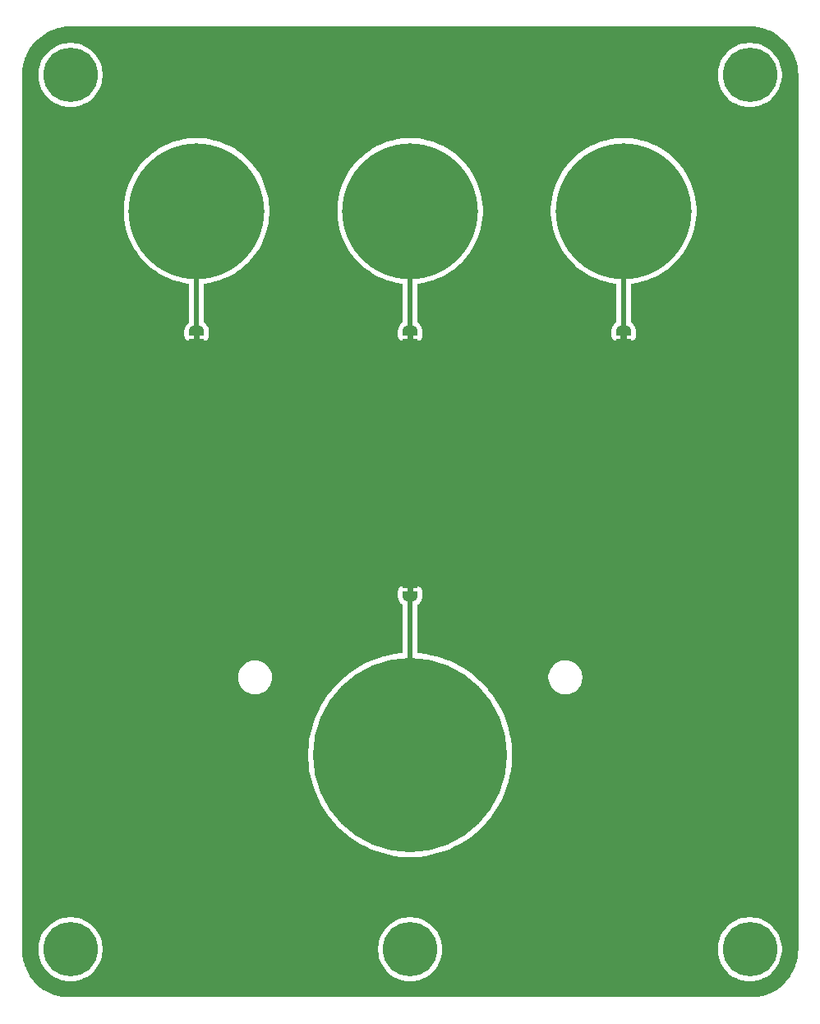
<source format=gbr>
%TF.GenerationSoftware,KiCad,Pcbnew,9.0.0*%
%TF.CreationDate,2025-04-06T00:05:41+02:00*%
%TF.ProjectId,big_muff_pi_front_plate,6269675f-6d75-4666-965f-70695f66726f,rev?*%
%TF.SameCoordinates,Original*%
%TF.FileFunction,Copper,L2,Bot*%
%TF.FilePolarity,Positive*%
%FSLAX46Y46*%
G04 Gerber Fmt 4.6, Leading zero omitted, Abs format (unit mm)*
G04 Created by KiCad (PCBNEW 9.0.0) date 2025-04-06 00:05:41*
%MOMM*%
%LPD*%
G01*
G04 APERTURE LIST*
G04 Aperture macros list*
%AMFreePoly0*
4,1,23,0.500000,-0.750000,0.000000,-0.750000,0.000000,-0.745722,-0.065263,-0.745722,-0.191342,-0.711940,-0.304381,-0.646677,-0.396677,-0.554381,-0.461940,-0.441342,-0.495722,-0.315263,-0.495722,-0.250000,-0.500000,-0.250000,-0.500000,0.250000,-0.495722,0.250000,-0.495722,0.315263,-0.461940,0.441342,-0.396677,0.554381,-0.304381,0.646677,-0.191342,0.711940,-0.065263,0.745722,0.000000,0.745722,
0.000000,0.750000,0.500000,0.750000,0.500000,-0.750000,0.500000,-0.750000,$1*%
%AMFreePoly1*
4,1,23,0.000000,0.745722,0.065263,0.745722,0.191342,0.711940,0.304381,0.646677,0.396677,0.554381,0.461940,0.441342,0.495722,0.315263,0.495722,0.250000,0.500000,0.250000,0.500000,-0.250000,0.495722,-0.250000,0.495722,-0.315263,0.461940,-0.441342,0.396677,-0.554381,0.304381,-0.646677,0.191342,-0.711940,0.065263,-0.745722,0.000000,-0.745722,0.000000,-0.750000,-0.500000,-0.750000,
-0.500000,0.750000,0.000000,0.750000,0.000000,0.745722,0.000000,0.745722,$1*%
G04 Aperture macros list end*
%TA.AperFunction,EtchedComponent*%
%ADD10C,0.000000*%
%TD*%
%TA.AperFunction,ComponentPad*%
%ADD11C,3.600000*%
%TD*%
%TA.AperFunction,ConnectorPad*%
%ADD12C,5.600000*%
%TD*%
%TA.AperFunction,ComponentPad*%
%ADD13C,14.000000*%
%TD*%
%TA.AperFunction,ComponentPad*%
%ADD14C,20.000000*%
%TD*%
%TA.AperFunction,SMDPad,CuDef*%
%ADD15FreePoly0,90.000000*%
%TD*%
%TA.AperFunction,SMDPad,CuDef*%
%ADD16FreePoly1,90.000000*%
%TD*%
%TA.AperFunction,SMDPad,CuDef*%
%ADD17FreePoly0,270.000000*%
%TD*%
%TA.AperFunction,SMDPad,CuDef*%
%ADD18FreePoly1,270.000000*%
%TD*%
%TA.AperFunction,Conductor*%
%ADD19C,0.500000*%
%TD*%
G04 APERTURE END LIST*
D10*
%TA.AperFunction,EtchedComponent*%
%TO.C,JP1*%
G36*
X68300000Y-82250000D02*
G01*
X67700000Y-82250000D01*
X67700000Y-81750000D01*
X68300000Y-81750000D01*
X68300000Y-82250000D01*
G37*
%TD.AperFunction*%
%TA.AperFunction,EtchedComponent*%
%TO.C,JP4*%
G36*
X90300000Y-108250000D02*
G01*
X89700000Y-108250000D01*
X89700000Y-107750000D01*
X90300000Y-107750000D01*
X90300000Y-108250000D01*
G37*
%TD.AperFunction*%
%TA.AperFunction,EtchedComponent*%
%TO.C,JP2*%
G36*
X90300000Y-82250000D02*
G01*
X89700000Y-82250000D01*
X89700000Y-81750000D01*
X90300000Y-81750000D01*
X90300000Y-82250000D01*
G37*
%TD.AperFunction*%
%TA.AperFunction,EtchedComponent*%
%TO.C,JP3*%
G36*
X112300000Y-82250000D02*
G01*
X111700000Y-82250000D01*
X111700000Y-81750000D01*
X112300000Y-81750000D01*
X112300000Y-82250000D01*
G37*
%TD.AperFunction*%
%TD*%
D11*
%TO.P,H3,1*%
%TO.N,N/C*%
X55000000Y-145000000D03*
D12*
X55000000Y-145000000D03*
%TD*%
D13*
%TO.P,H6,1,1*%
%TO.N,Net-(JP2-B)*%
X90000000Y-69000000D03*
%TD*%
%TO.P,H7,1,1*%
%TO.N,Net-(JP3-B)*%
X112000000Y-69000000D03*
%TD*%
D11*
%TO.P,H4,1*%
%TO.N,N/C*%
X125000000Y-145000000D03*
D12*
X125000000Y-145000000D03*
%TD*%
D13*
%TO.P,H5,1,1*%
%TO.N,Net-(JP1-B)*%
X68000000Y-69000000D03*
%TD*%
D14*
%TO.P,H8,1,1*%
%TO.N,Net-(JP4-B)*%
X90000000Y-125000000D03*
%TD*%
D11*
%TO.P,H1,1*%
%TO.N,N/C*%
X55000000Y-55000000D03*
D12*
X55000000Y-55000000D03*
%TD*%
D11*
%TO.P,H2,1*%
%TO.N,N/C*%
X125000000Y-55000000D03*
D12*
X125000000Y-55000000D03*
%TD*%
D11*
%TO.P,H11,1*%
%TO.N,N/C*%
X90000000Y-145000000D03*
D12*
X90000000Y-145000000D03*
%TD*%
D15*
%TO.P,JP1,1,A*%
%TO.N,0*%
X68000000Y-82650000D03*
D16*
%TO.P,JP1,2,B*%
%TO.N,Net-(JP1-B)*%
X68000000Y-81350000D03*
%TD*%
D17*
%TO.P,JP4,1,A*%
%TO.N,0*%
X90000000Y-107350000D03*
D18*
%TO.P,JP4,2,B*%
%TO.N,Net-(JP4-B)*%
X90000000Y-108650000D03*
%TD*%
D15*
%TO.P,JP2,1,A*%
%TO.N,0*%
X90000000Y-82650000D03*
D16*
%TO.P,JP2,2,B*%
%TO.N,Net-(JP2-B)*%
X90000000Y-81350000D03*
%TD*%
D15*
%TO.P,JP3,1,A*%
%TO.N,0*%
X112000000Y-82650000D03*
D16*
%TO.P,JP3,2,B*%
%TO.N,Net-(JP3-B)*%
X112000000Y-81350000D03*
%TD*%
D19*
%TO.N,Net-(JP1-B)*%
X68000000Y-81350000D02*
X68000000Y-69000000D01*
%TO.N,Net-(JP2-B)*%
X90000000Y-81350000D02*
X90000000Y-69000000D01*
%TO.N,Net-(JP3-B)*%
X112000000Y-81350000D02*
X112000000Y-69000000D01*
%TO.N,Net-(JP4-B)*%
X90000000Y-108650000D02*
X90000000Y-125000000D01*
%TD*%
%TA.AperFunction,Conductor*%
%TO.N,0*%
G36*
X125002562Y-50000605D02*
G01*
X125370277Y-50015814D01*
X125375906Y-50016177D01*
X125459956Y-50023530D01*
X125464429Y-50024004D01*
X125787028Y-50064216D01*
X125793169Y-50065140D01*
X125871766Y-50078999D01*
X125875594Y-50079737D01*
X126199008Y-50147549D01*
X126205622Y-50149128D01*
X126274576Y-50167604D01*
X126277787Y-50168512D01*
X126603169Y-50265383D01*
X126610157Y-50267692D01*
X126664056Y-50287310D01*
X126666678Y-50288299D01*
X126996425Y-50416967D01*
X127003729Y-50420089D01*
X127034837Y-50434595D01*
X127036641Y-50435458D01*
X127374902Y-50600823D01*
X127383883Y-50605683D01*
X127730070Y-50811966D01*
X127738638Y-50817564D01*
X128066593Y-51051719D01*
X128074668Y-51058005D01*
X128382155Y-51318433D01*
X128389695Y-51325374D01*
X128674625Y-51610304D01*
X128681566Y-51617844D01*
X128941989Y-51925325D01*
X128948284Y-51933412D01*
X129182431Y-52261355D01*
X129188037Y-52269935D01*
X129394309Y-52616105D01*
X129399186Y-52625119D01*
X129564467Y-52963206D01*
X129565450Y-52965262D01*
X129579902Y-52996255D01*
X129583036Y-53003584D01*
X129711691Y-53333300D01*
X129712696Y-53335964D01*
X129732299Y-53389822D01*
X129734622Y-53396851D01*
X129831475Y-53722173D01*
X129832405Y-53725462D01*
X129850867Y-53794364D01*
X129852453Y-53801010D01*
X129920250Y-54124350D01*
X129921005Y-54128265D01*
X129934854Y-54206807D01*
X129935786Y-54213001D01*
X129975990Y-54535538D01*
X129976470Y-54540069D01*
X129983819Y-54624067D01*
X129984185Y-54629749D01*
X129999394Y-54997437D01*
X129999500Y-55002562D01*
X129999500Y-144997437D01*
X129999394Y-145002562D01*
X129984185Y-145370249D01*
X129983819Y-145375930D01*
X129983819Y-145375931D01*
X129976470Y-145459929D01*
X129975990Y-145464460D01*
X129935786Y-145786997D01*
X129934854Y-145793191D01*
X129921005Y-145871733D01*
X129920250Y-145875648D01*
X129852453Y-146198988D01*
X129850867Y-146205634D01*
X129832405Y-146274536D01*
X129831475Y-146277825D01*
X129734622Y-146603147D01*
X129732299Y-146610176D01*
X129712696Y-146664034D01*
X129711691Y-146666698D01*
X129583036Y-146996414D01*
X129579903Y-147003741D01*
X129579902Y-147003743D01*
X129565471Y-147034691D01*
X129564489Y-147036747D01*
X129399182Y-147374889D01*
X129394304Y-147383903D01*
X129188037Y-147730064D01*
X129182431Y-147738644D01*
X128948284Y-148066587D01*
X128941989Y-148074674D01*
X128681566Y-148382155D01*
X128674625Y-148389695D01*
X128389695Y-148674625D01*
X128382155Y-148681566D01*
X128074674Y-148941989D01*
X128066587Y-148948284D01*
X127738644Y-149182431D01*
X127730064Y-149188037D01*
X127383903Y-149394304D01*
X127374889Y-149399182D01*
X127036747Y-149564489D01*
X127034691Y-149565471D01*
X127003743Y-149579902D01*
X126996414Y-149583036D01*
X126666698Y-149711691D01*
X126664034Y-149712696D01*
X126610176Y-149732299D01*
X126603147Y-149734622D01*
X126277825Y-149831475D01*
X126274536Y-149832405D01*
X126205638Y-149850866D01*
X126198992Y-149852452D01*
X125875641Y-149920252D01*
X125871728Y-149921007D01*
X125846710Y-149925418D01*
X125831411Y-149928116D01*
X125809880Y-149930000D01*
X54190119Y-149930000D01*
X54168588Y-149928116D01*
X54128276Y-149921008D01*
X54124362Y-149920253D01*
X53801006Y-149852452D01*
X53794360Y-149850866D01*
X53725462Y-149832405D01*
X53722173Y-149831475D01*
X53396851Y-149734622D01*
X53389822Y-149732299D01*
X53335964Y-149712696D01*
X53333300Y-149711691D01*
X53003584Y-149583036D01*
X52996255Y-149579902D01*
X52965262Y-149565450D01*
X52963206Y-149564467D01*
X52625119Y-149399186D01*
X52616105Y-149394309D01*
X52269935Y-149188037D01*
X52261355Y-149182431D01*
X51933412Y-148948284D01*
X51925325Y-148941989D01*
X51617844Y-148681566D01*
X51610304Y-148674625D01*
X51325374Y-148389695D01*
X51318433Y-148382155D01*
X51222354Y-148268715D01*
X51058005Y-148074668D01*
X51051715Y-148066587D01*
X50995044Y-147987215D01*
X50817564Y-147738638D01*
X50811962Y-147730064D01*
X50766744Y-147654178D01*
X50605683Y-147383883D01*
X50600817Y-147374889D01*
X50435458Y-147036641D01*
X50434595Y-147034837D01*
X50420089Y-147003729D01*
X50416962Y-146996414D01*
X50406057Y-146968467D01*
X50288299Y-146666679D01*
X50287302Y-146664034D01*
X50267692Y-146610157D01*
X50265383Y-146603169D01*
X50168512Y-146277787D01*
X50167604Y-146274576D01*
X50149128Y-146205622D01*
X50147549Y-146199008D01*
X50079737Y-145875594D01*
X50078999Y-145871766D01*
X50065140Y-145793169D01*
X50064216Y-145787028D01*
X50024004Y-145464429D01*
X50023530Y-145459956D01*
X50016177Y-145375906D01*
X50015814Y-145370277D01*
X50000606Y-145002562D01*
X50000500Y-144997438D01*
X50000500Y-144837860D01*
X51699500Y-144837860D01*
X51699500Y-145162139D01*
X51731284Y-145484857D01*
X51731287Y-145484874D01*
X51794545Y-145802902D01*
X51794548Y-145802913D01*
X51888686Y-146113247D01*
X52012786Y-146412849D01*
X52012788Y-146412854D01*
X52165646Y-146698830D01*
X52165657Y-146698848D01*
X52345811Y-146968467D01*
X52345821Y-146968481D01*
X52551546Y-147219158D01*
X52780841Y-147448453D01*
X52780846Y-147448457D01*
X52780847Y-147448458D01*
X53031524Y-147654183D01*
X53301158Y-147834347D01*
X53301167Y-147834352D01*
X53301169Y-147834353D01*
X53587145Y-147987211D01*
X53587147Y-147987211D01*
X53587153Y-147987215D01*
X53886754Y-148111314D01*
X54197077Y-148205449D01*
X54197083Y-148205450D01*
X54197086Y-148205451D01*
X54197097Y-148205454D01*
X54396528Y-148245122D01*
X54515132Y-148268714D01*
X54837857Y-148300500D01*
X54837860Y-148300500D01*
X55162140Y-148300500D01*
X55162143Y-148300500D01*
X55484868Y-148268714D01*
X55642295Y-148237399D01*
X55802902Y-148205454D01*
X55802913Y-148205451D01*
X55802913Y-148205450D01*
X55802923Y-148205449D01*
X56113246Y-148111314D01*
X56412847Y-147987215D01*
X56698842Y-147834347D01*
X56968476Y-147654183D01*
X57219153Y-147448458D01*
X57448458Y-147219153D01*
X57654183Y-146968476D01*
X57834347Y-146698842D01*
X57987215Y-146412847D01*
X58111314Y-146113246D01*
X58205449Y-145802923D01*
X58205451Y-145802913D01*
X58205454Y-145802902D01*
X58242023Y-145619054D01*
X58268714Y-145484868D01*
X58300500Y-145162143D01*
X58300500Y-144837860D01*
X86699500Y-144837860D01*
X86699500Y-145162139D01*
X86731284Y-145484857D01*
X86731287Y-145484874D01*
X86794545Y-145802902D01*
X86794548Y-145802913D01*
X86888686Y-146113247D01*
X87012786Y-146412849D01*
X87012788Y-146412854D01*
X87165646Y-146698830D01*
X87165657Y-146698848D01*
X87345811Y-146968467D01*
X87345821Y-146968481D01*
X87551546Y-147219158D01*
X87780841Y-147448453D01*
X87780846Y-147448457D01*
X87780847Y-147448458D01*
X88031524Y-147654183D01*
X88301158Y-147834347D01*
X88301167Y-147834352D01*
X88301169Y-147834353D01*
X88587145Y-147987211D01*
X88587147Y-147987211D01*
X88587153Y-147987215D01*
X88886754Y-148111314D01*
X89197077Y-148205449D01*
X89197083Y-148205450D01*
X89197086Y-148205451D01*
X89197097Y-148205454D01*
X89396528Y-148245122D01*
X89515132Y-148268714D01*
X89837857Y-148300500D01*
X89837860Y-148300500D01*
X90162140Y-148300500D01*
X90162143Y-148300500D01*
X90484868Y-148268714D01*
X90642295Y-148237399D01*
X90802902Y-148205454D01*
X90802913Y-148205451D01*
X90802913Y-148205450D01*
X90802923Y-148205449D01*
X91113246Y-148111314D01*
X91412847Y-147987215D01*
X91698842Y-147834347D01*
X91968476Y-147654183D01*
X92219153Y-147448458D01*
X92448458Y-147219153D01*
X92654183Y-146968476D01*
X92834347Y-146698842D01*
X92987215Y-146412847D01*
X93111314Y-146113246D01*
X93205449Y-145802923D01*
X93205451Y-145802913D01*
X93205454Y-145802902D01*
X93242023Y-145619054D01*
X93268714Y-145484868D01*
X93300500Y-145162143D01*
X93300500Y-144837860D01*
X121699500Y-144837860D01*
X121699500Y-145162139D01*
X121731284Y-145484857D01*
X121731287Y-145484874D01*
X121794545Y-145802902D01*
X121794548Y-145802913D01*
X121888686Y-146113247D01*
X122012786Y-146412849D01*
X122012788Y-146412854D01*
X122165646Y-146698830D01*
X122165657Y-146698848D01*
X122345811Y-146968467D01*
X122345821Y-146968481D01*
X122551546Y-147219158D01*
X122780841Y-147448453D01*
X122780846Y-147448457D01*
X122780847Y-147448458D01*
X123031524Y-147654183D01*
X123301158Y-147834347D01*
X123301167Y-147834352D01*
X123301169Y-147834353D01*
X123587145Y-147987211D01*
X123587147Y-147987211D01*
X123587153Y-147987215D01*
X123886754Y-148111314D01*
X124197077Y-148205449D01*
X124197083Y-148205450D01*
X124197086Y-148205451D01*
X124197097Y-148205454D01*
X124396528Y-148245122D01*
X124515132Y-148268714D01*
X124837857Y-148300500D01*
X124837860Y-148300500D01*
X125162140Y-148300500D01*
X125162143Y-148300500D01*
X125484868Y-148268714D01*
X125642295Y-148237399D01*
X125802902Y-148205454D01*
X125802913Y-148205451D01*
X125802913Y-148205450D01*
X125802923Y-148205449D01*
X126113246Y-148111314D01*
X126412847Y-147987215D01*
X126698842Y-147834347D01*
X126968476Y-147654183D01*
X127219153Y-147448458D01*
X127448458Y-147219153D01*
X127654183Y-146968476D01*
X127834347Y-146698842D01*
X127987215Y-146412847D01*
X128111314Y-146113246D01*
X128205449Y-145802923D01*
X128205451Y-145802913D01*
X128205454Y-145802902D01*
X128242023Y-145619054D01*
X128268714Y-145484868D01*
X128300500Y-145162143D01*
X128300500Y-144837857D01*
X128268714Y-144515132D01*
X128245122Y-144396528D01*
X128205454Y-144197097D01*
X128205451Y-144197086D01*
X128205450Y-144197083D01*
X128205449Y-144197077D01*
X128111314Y-143886754D01*
X127987215Y-143587153D01*
X127834347Y-143301158D01*
X127654183Y-143031524D01*
X127448458Y-142780847D01*
X127448457Y-142780846D01*
X127448453Y-142780841D01*
X127219158Y-142551546D01*
X126968481Y-142345821D01*
X126968480Y-142345820D01*
X126968476Y-142345817D01*
X126698842Y-142165653D01*
X126698837Y-142165650D01*
X126698830Y-142165646D01*
X126412854Y-142012788D01*
X126412849Y-142012786D01*
X126113247Y-141888686D01*
X125802913Y-141794548D01*
X125802902Y-141794545D01*
X125484874Y-141731287D01*
X125484857Y-141731284D01*
X125240812Y-141707248D01*
X125162143Y-141699500D01*
X124837857Y-141699500D01*
X124765099Y-141706666D01*
X124515142Y-141731284D01*
X124515125Y-141731287D01*
X124197097Y-141794545D01*
X124197086Y-141794548D01*
X123886752Y-141888686D01*
X123587150Y-142012786D01*
X123587145Y-142012788D01*
X123301169Y-142165646D01*
X123301151Y-142165657D01*
X123031532Y-142345811D01*
X123031518Y-142345821D01*
X122780841Y-142551546D01*
X122551546Y-142780841D01*
X122345821Y-143031518D01*
X122345811Y-143031532D01*
X122165657Y-143301151D01*
X122165646Y-143301169D01*
X122012788Y-143587145D01*
X122012786Y-143587150D01*
X121888686Y-143886752D01*
X121794548Y-144197086D01*
X121794545Y-144197097D01*
X121731287Y-144515125D01*
X121731284Y-144515142D01*
X121699500Y-144837860D01*
X93300500Y-144837860D01*
X93300500Y-144837857D01*
X93268714Y-144515132D01*
X93245122Y-144396528D01*
X93205454Y-144197097D01*
X93205451Y-144197086D01*
X93205450Y-144197083D01*
X93205449Y-144197077D01*
X93111314Y-143886754D01*
X92987215Y-143587153D01*
X92834347Y-143301158D01*
X92654183Y-143031524D01*
X92448458Y-142780847D01*
X92448457Y-142780846D01*
X92448453Y-142780841D01*
X92219158Y-142551546D01*
X91968481Y-142345821D01*
X91968480Y-142345820D01*
X91968476Y-142345817D01*
X91698842Y-142165653D01*
X91698837Y-142165650D01*
X91698830Y-142165646D01*
X91412854Y-142012788D01*
X91412849Y-142012786D01*
X91113247Y-141888686D01*
X90802913Y-141794548D01*
X90802902Y-141794545D01*
X90484874Y-141731287D01*
X90484857Y-141731284D01*
X90240812Y-141707248D01*
X90162143Y-141699500D01*
X89837857Y-141699500D01*
X89765099Y-141706666D01*
X89515142Y-141731284D01*
X89515125Y-141731287D01*
X89197097Y-141794545D01*
X89197086Y-141794548D01*
X88886752Y-141888686D01*
X88587150Y-142012786D01*
X88587145Y-142012788D01*
X88301169Y-142165646D01*
X88301151Y-142165657D01*
X88031532Y-142345811D01*
X88031518Y-142345821D01*
X87780841Y-142551546D01*
X87551546Y-142780841D01*
X87345821Y-143031518D01*
X87345811Y-143031532D01*
X87165657Y-143301151D01*
X87165646Y-143301169D01*
X87012788Y-143587145D01*
X87012786Y-143587150D01*
X86888686Y-143886752D01*
X86794548Y-144197086D01*
X86794545Y-144197097D01*
X86731287Y-144515125D01*
X86731284Y-144515142D01*
X86699500Y-144837860D01*
X58300500Y-144837860D01*
X58300500Y-144837857D01*
X58268714Y-144515132D01*
X58245122Y-144396528D01*
X58205454Y-144197097D01*
X58205451Y-144197086D01*
X58205450Y-144197083D01*
X58205449Y-144197077D01*
X58111314Y-143886754D01*
X57987215Y-143587153D01*
X57834347Y-143301158D01*
X57654183Y-143031524D01*
X57448458Y-142780847D01*
X57448457Y-142780846D01*
X57448453Y-142780841D01*
X57219158Y-142551546D01*
X56968481Y-142345821D01*
X56968480Y-142345820D01*
X56968476Y-142345817D01*
X56698842Y-142165653D01*
X56698837Y-142165650D01*
X56698830Y-142165646D01*
X56412854Y-142012788D01*
X56412849Y-142012786D01*
X56113247Y-141888686D01*
X55802913Y-141794548D01*
X55802902Y-141794545D01*
X55484874Y-141731287D01*
X55484857Y-141731284D01*
X55240812Y-141707248D01*
X55162143Y-141699500D01*
X54837857Y-141699500D01*
X54765099Y-141706666D01*
X54515142Y-141731284D01*
X54515125Y-141731287D01*
X54197097Y-141794545D01*
X54197086Y-141794548D01*
X53886752Y-141888686D01*
X53587150Y-142012786D01*
X53587145Y-142012788D01*
X53301169Y-142165646D01*
X53301151Y-142165657D01*
X53031532Y-142345811D01*
X53031518Y-142345821D01*
X52780841Y-142551546D01*
X52551546Y-142780841D01*
X52345821Y-143031518D01*
X52345811Y-143031532D01*
X52165657Y-143301151D01*
X52165646Y-143301169D01*
X52012788Y-143587145D01*
X52012786Y-143587150D01*
X51888686Y-143886752D01*
X51794548Y-144197086D01*
X51794545Y-144197097D01*
X51731287Y-144515125D01*
X51731284Y-144515142D01*
X51699500Y-144837860D01*
X50000500Y-144837860D01*
X50000500Y-124682699D01*
X79499500Y-124682699D01*
X79499500Y-125317300D01*
X79537815Y-125950718D01*
X79614304Y-126580666D01*
X79728693Y-127204867D01*
X79880557Y-127821005D01*
X79880562Y-127821021D01*
X80069345Y-128426847D01*
X80294370Y-129020191D01*
X80554813Y-129598872D01*
X80849727Y-130160783D01*
X81178009Y-130703828D01*
X81178025Y-130703853D01*
X81538498Y-131226088D01*
X81929852Y-131725616D01*
X81929853Y-131725617D01*
X82350656Y-132200605D01*
X82350690Y-132200641D01*
X82799358Y-132649309D01*
X82799394Y-132649343D01*
X83274382Y-133070146D01*
X83274383Y-133070147D01*
X83773910Y-133461500D01*
X84296162Y-133821985D01*
X84839226Y-134150278D01*
X85401122Y-134445184D01*
X85979798Y-134705625D01*
X85979805Y-134705627D01*
X85979808Y-134705629D01*
X86078973Y-134743237D01*
X86573144Y-134930652D01*
X87178994Y-135119442D01*
X87795138Y-135271308D01*
X88419326Y-135385695D01*
X89049283Y-135462185D01*
X89682708Y-135500500D01*
X89682721Y-135500500D01*
X90317279Y-135500500D01*
X90317292Y-135500500D01*
X90950717Y-135462185D01*
X91580674Y-135385695D01*
X92204862Y-135271308D01*
X92821006Y-135119442D01*
X93426856Y-134930652D01*
X94020202Y-134705625D01*
X94598878Y-134445184D01*
X95160774Y-134150278D01*
X95703838Y-133821985D01*
X96226090Y-133461500D01*
X96487627Y-133256598D01*
X96725616Y-133070147D01*
X96725617Y-133070146D01*
X96725623Y-133070141D01*
X97200616Y-132649334D01*
X97649334Y-132200616D01*
X98070141Y-131725623D01*
X98070146Y-131725617D01*
X98070147Y-131725616D01*
X98256598Y-131487627D01*
X98461500Y-131226090D01*
X98821985Y-130703838D01*
X99150278Y-130160774D01*
X99445184Y-129598878D01*
X99705625Y-129020202D01*
X99930652Y-128426856D01*
X100119442Y-127821006D01*
X100271308Y-127204862D01*
X100385695Y-126580674D01*
X100462185Y-125950717D01*
X100500500Y-125317292D01*
X100500500Y-124682708D01*
X100462185Y-124049283D01*
X100385695Y-123419326D01*
X100271308Y-122795138D01*
X100119442Y-122178994D01*
X99930652Y-121573144D01*
X99705625Y-120979798D01*
X99445184Y-120401122D01*
X99150278Y-119839226D01*
X98821985Y-119296162D01*
X98461500Y-118773910D01*
X98070147Y-118274383D01*
X98070146Y-118274382D01*
X97649343Y-117799394D01*
X97649309Y-117799358D01*
X97200641Y-117350690D01*
X97200605Y-117350656D01*
X96775480Y-116974028D01*
X96775477Y-116974026D01*
X96725623Y-116929859D01*
X96725612Y-116929850D01*
X96725606Y-116929845D01*
X96668695Y-116885258D01*
X104249500Y-116885258D01*
X104249500Y-117114741D01*
X104274446Y-117304215D01*
X104279452Y-117342238D01*
X104281717Y-117350690D01*
X104338842Y-117563887D01*
X104426650Y-117775876D01*
X104426657Y-117775890D01*
X104541392Y-117974617D01*
X104681081Y-118156661D01*
X104681089Y-118156670D01*
X104843330Y-118318911D01*
X104843338Y-118318918D01*
X105025382Y-118458607D01*
X105025385Y-118458608D01*
X105025388Y-118458611D01*
X105224112Y-118573344D01*
X105224117Y-118573346D01*
X105224123Y-118573349D01*
X105315480Y-118611190D01*
X105436113Y-118661158D01*
X105657762Y-118720548D01*
X105885266Y-118750500D01*
X105885273Y-118750500D01*
X106114727Y-118750500D01*
X106114734Y-118750500D01*
X106342238Y-118720548D01*
X106563887Y-118661158D01*
X106775888Y-118573344D01*
X106974612Y-118458611D01*
X107156661Y-118318919D01*
X107156665Y-118318914D01*
X107156670Y-118318911D01*
X107318911Y-118156670D01*
X107318914Y-118156665D01*
X107318919Y-118156661D01*
X107458611Y-117974612D01*
X107573344Y-117775888D01*
X107661158Y-117563887D01*
X107720548Y-117342238D01*
X107750500Y-117114734D01*
X107750500Y-116885266D01*
X107720548Y-116657762D01*
X107661158Y-116436113D01*
X107573344Y-116224112D01*
X107458611Y-116025388D01*
X107458608Y-116025385D01*
X107458607Y-116025382D01*
X107318918Y-115843338D01*
X107318911Y-115843330D01*
X107156670Y-115681089D01*
X107156661Y-115681081D01*
X106974617Y-115541392D01*
X106775890Y-115426657D01*
X106775876Y-115426650D01*
X106563887Y-115338842D01*
X106342238Y-115279452D01*
X106304215Y-115274446D01*
X106114741Y-115249500D01*
X106114734Y-115249500D01*
X105885266Y-115249500D01*
X105885258Y-115249500D01*
X105668715Y-115278009D01*
X105657762Y-115279452D01*
X105602087Y-115294370D01*
X105436112Y-115338842D01*
X105224123Y-115426650D01*
X105224109Y-115426657D01*
X105025382Y-115541392D01*
X104843338Y-115681081D01*
X104681081Y-115843338D01*
X104541392Y-116025382D01*
X104426657Y-116224109D01*
X104426650Y-116224123D01*
X104338842Y-116436112D01*
X104279453Y-116657759D01*
X104279451Y-116657770D01*
X104249500Y-116885258D01*
X96668695Y-116885258D01*
X96226088Y-116538498D01*
X95703853Y-116178025D01*
X95703845Y-116178020D01*
X95703838Y-116178015D01*
X95451352Y-116025382D01*
X95160783Y-115849727D01*
X95160777Y-115849724D01*
X95160774Y-115849722D01*
X94598878Y-115554816D01*
X94598876Y-115554815D01*
X94598872Y-115554813D01*
X94020191Y-115294370D01*
X93624353Y-115144249D01*
X93426856Y-115069348D01*
X93426849Y-115069346D01*
X93426847Y-115069345D01*
X92821021Y-114880562D01*
X92821005Y-114880557D01*
X92204867Y-114728693D01*
X92204862Y-114728692D01*
X91580674Y-114614305D01*
X91580666Y-114614304D01*
X90950718Y-114537815D01*
X90867012Y-114532751D01*
X90801284Y-114509054D01*
X90758801Y-114453583D01*
X90750500Y-114408977D01*
X90750500Y-109593678D01*
X90770185Y-109526639D01*
X90807201Y-109491352D01*
X90806384Y-109490128D01*
X90809742Y-109487883D01*
X90809757Y-109487875D01*
X90914449Y-109407541D01*
X91007541Y-109314449D01*
X91087875Y-109209757D01*
X91153701Y-109095743D01*
X91204200Y-108973829D01*
X91238275Y-108846662D01*
X91255500Y-108715826D01*
X91255500Y-108150000D01*
X91250355Y-108078060D01*
X91209819Y-107940008D01*
X91132031Y-107818968D01*
X91073173Y-107767967D01*
X91023299Y-107724750D01*
X91023297Y-107724748D01*
X91023294Y-107724746D01*
X91023290Y-107724744D01*
X90892419Y-107664976D01*
X90892414Y-107664975D01*
X90750000Y-107644500D01*
X89250000Y-107644500D01*
X89249997Y-107644500D01*
X89178059Y-107649644D01*
X89040005Y-107690182D01*
X88918969Y-107767967D01*
X88918965Y-107767971D01*
X88824750Y-107876700D01*
X88824744Y-107876709D01*
X88764976Y-108007580D01*
X88764975Y-108007585D01*
X88744500Y-108149999D01*
X88744500Y-108715833D01*
X88761724Y-108846658D01*
X88795800Y-108973829D01*
X88846302Y-109095750D01*
X88846303Y-109095751D01*
X88912120Y-109209749D01*
X88912132Y-109209767D01*
X88992455Y-109314444D01*
X88992459Y-109314449D01*
X89085551Y-109407541D01*
X89085555Y-109407544D01*
X89190232Y-109487867D01*
X89190236Y-109487869D01*
X89190243Y-109487875D01*
X89190250Y-109487879D01*
X89193616Y-109490128D01*
X89192599Y-109491649D01*
X89235700Y-109536827D01*
X89249500Y-109593678D01*
X89249500Y-114408977D01*
X89229815Y-114476016D01*
X89177011Y-114521771D01*
X89132988Y-114532751D01*
X89049281Y-114537815D01*
X88419333Y-114614304D01*
X88419330Y-114614304D01*
X88419326Y-114614305D01*
X87957643Y-114698911D01*
X87795132Y-114728693D01*
X87178994Y-114880557D01*
X87178978Y-114880562D01*
X86573152Y-115069345D01*
X85979808Y-115294370D01*
X85401127Y-115554813D01*
X84839216Y-115849727D01*
X84296171Y-116178009D01*
X84296146Y-116178025D01*
X83773911Y-116538498D01*
X83274383Y-116929852D01*
X83274382Y-116929853D01*
X82799394Y-117350656D01*
X82799358Y-117350690D01*
X82350690Y-117799358D01*
X82350656Y-117799394D01*
X81929853Y-118274382D01*
X81929852Y-118274383D01*
X81538498Y-118773911D01*
X81178025Y-119296146D01*
X81178009Y-119296171D01*
X80849727Y-119839216D01*
X80554813Y-120401127D01*
X80294370Y-120979808D01*
X80069345Y-121573152D01*
X79880562Y-122178978D01*
X79880557Y-122178994D01*
X79728693Y-122795132D01*
X79614304Y-123419333D01*
X79537815Y-124049281D01*
X79499500Y-124682699D01*
X50000500Y-124682699D01*
X50000500Y-116885258D01*
X72249500Y-116885258D01*
X72249500Y-117114741D01*
X72274446Y-117304215D01*
X72279452Y-117342238D01*
X72281717Y-117350690D01*
X72338842Y-117563887D01*
X72426650Y-117775876D01*
X72426657Y-117775890D01*
X72541392Y-117974617D01*
X72681081Y-118156661D01*
X72681089Y-118156670D01*
X72843330Y-118318911D01*
X72843338Y-118318918D01*
X73025382Y-118458607D01*
X73025385Y-118458608D01*
X73025388Y-118458611D01*
X73224112Y-118573344D01*
X73224117Y-118573346D01*
X73224123Y-118573349D01*
X73315480Y-118611190D01*
X73436113Y-118661158D01*
X73657762Y-118720548D01*
X73885266Y-118750500D01*
X73885273Y-118750500D01*
X74114727Y-118750500D01*
X74114734Y-118750500D01*
X74342238Y-118720548D01*
X74563887Y-118661158D01*
X74775888Y-118573344D01*
X74974612Y-118458611D01*
X75156661Y-118318919D01*
X75156665Y-118318914D01*
X75156670Y-118318911D01*
X75318911Y-118156670D01*
X75318914Y-118156665D01*
X75318919Y-118156661D01*
X75458611Y-117974612D01*
X75573344Y-117775888D01*
X75661158Y-117563887D01*
X75720548Y-117342238D01*
X75750500Y-117114734D01*
X75750500Y-116885266D01*
X75720548Y-116657762D01*
X75661158Y-116436113D01*
X75573344Y-116224112D01*
X75458611Y-116025388D01*
X75458608Y-116025385D01*
X75458607Y-116025382D01*
X75318918Y-115843338D01*
X75318911Y-115843330D01*
X75156670Y-115681089D01*
X75156661Y-115681081D01*
X74974617Y-115541392D01*
X74775890Y-115426657D01*
X74775876Y-115426650D01*
X74563887Y-115338842D01*
X74342238Y-115279452D01*
X74304215Y-115274446D01*
X74114741Y-115249500D01*
X74114734Y-115249500D01*
X73885266Y-115249500D01*
X73885258Y-115249500D01*
X73668715Y-115278009D01*
X73657762Y-115279452D01*
X73602087Y-115294370D01*
X73436112Y-115338842D01*
X73224123Y-115426650D01*
X73224109Y-115426657D01*
X73025382Y-115541392D01*
X72843338Y-115681081D01*
X72681081Y-115843338D01*
X72541392Y-116025382D01*
X72426657Y-116224109D01*
X72426650Y-116224123D01*
X72338842Y-116436112D01*
X72279453Y-116657759D01*
X72279451Y-116657770D01*
X72249500Y-116885258D01*
X50000500Y-116885258D01*
X50000500Y-68732116D01*
X60499500Y-68732116D01*
X60499500Y-69267883D01*
X60537721Y-69802278D01*
X60613968Y-70332593D01*
X60727849Y-70856097D01*
X60727852Y-70856107D01*
X60878793Y-71370162D01*
X61066029Y-71872160D01*
X61288580Y-72359481D01*
X61288584Y-72359488D01*
X61545347Y-72829713D01*
X61835004Y-73280431D01*
X61835007Y-73280436D01*
X62156068Y-73709324D01*
X62400335Y-73991222D01*
X62506925Y-74114234D01*
X62506934Y-74114243D01*
X62506946Y-74114256D01*
X62885743Y-74493053D01*
X62885756Y-74493065D01*
X62885766Y-74493075D01*
X63044013Y-74630197D01*
X63290675Y-74843931D01*
X63719563Y-75164992D01*
X63719568Y-75164995D01*
X64170280Y-75454649D01*
X64640507Y-75711413D01*
X64640511Y-75711415D01*
X64640518Y-75711419D01*
X65127839Y-75933970D01*
X65127843Y-75933971D01*
X65127853Y-75933976D01*
X65629835Y-76121206D01*
X66143892Y-76272147D01*
X66143902Y-76272150D01*
X66667406Y-76386031D01*
X66667413Y-76386032D01*
X67143147Y-76454432D01*
X67206703Y-76483457D01*
X67244477Y-76542235D01*
X67249500Y-76577170D01*
X67249500Y-80406321D01*
X67229815Y-80473360D01*
X67192811Y-80508647D01*
X67193625Y-80509865D01*
X67190239Y-80512127D01*
X67085555Y-80592455D01*
X67085545Y-80592464D01*
X66992464Y-80685545D01*
X66992455Y-80685555D01*
X66912132Y-80790232D01*
X66912120Y-80790250D01*
X66846303Y-80904248D01*
X66846302Y-80904249D01*
X66795800Y-81026170D01*
X66761724Y-81153341D01*
X66744500Y-81284166D01*
X66744500Y-81850002D01*
X66749644Y-81921940D01*
X66790182Y-82059994D01*
X66867967Y-82181030D01*
X66867971Y-82181034D01*
X66976700Y-82275249D01*
X66976706Y-82275254D01*
X67017174Y-82293735D01*
X67107580Y-82335023D01*
X67107583Y-82335023D01*
X67107584Y-82335024D01*
X67250000Y-82355500D01*
X67250003Y-82355500D01*
X68750000Y-82355500D01*
X68821940Y-82350355D01*
X68959992Y-82309819D01*
X69081032Y-82232031D01*
X69175254Y-82123294D01*
X69235024Y-81992416D01*
X69255500Y-81850000D01*
X69255500Y-81284174D01*
X69238275Y-81153338D01*
X69204200Y-81026171D01*
X69153701Y-80904257D01*
X69153698Y-80904252D01*
X69153697Y-80904249D01*
X69153696Y-80904248D01*
X69087879Y-80790250D01*
X69087875Y-80790243D01*
X69007541Y-80685551D01*
X68914449Y-80592459D01*
X68809757Y-80512125D01*
X68806375Y-80509865D01*
X68807386Y-80508350D01*
X68764277Y-80463127D01*
X68750500Y-80406321D01*
X68750500Y-76577170D01*
X68770185Y-76510131D01*
X68822989Y-76464376D01*
X68856851Y-76454432D01*
X69332587Y-76386032D01*
X69332588Y-76386031D01*
X69332593Y-76386031D01*
X69856097Y-76272150D01*
X69856100Y-76272149D01*
X69856105Y-76272148D01*
X70370165Y-76121206D01*
X70872147Y-75933976D01*
X70924922Y-75909874D01*
X71359481Y-75711419D01*
X71359485Y-75711416D01*
X71359493Y-75711413D01*
X71829720Y-75454649D01*
X72280432Y-75164995D01*
X72282811Y-75163213D01*
X72709324Y-74843931D01*
X72727265Y-74828384D01*
X73114234Y-74493075D01*
X73493075Y-74114234D01*
X73843924Y-73709332D01*
X73843923Y-73709332D01*
X73843931Y-73709324D01*
X74164992Y-73280436D01*
X74164991Y-73280436D01*
X74164995Y-73280432D01*
X74454649Y-72829720D01*
X74711413Y-72359493D01*
X74711416Y-72359485D01*
X74711419Y-72359481D01*
X74933970Y-71872160D01*
X74933969Y-71872160D01*
X74933976Y-71872147D01*
X75121206Y-71370165D01*
X75272148Y-70856105D01*
X75386032Y-70332587D01*
X75462279Y-69802278D01*
X75500500Y-69267881D01*
X75500500Y-68732119D01*
X75500500Y-68732116D01*
X82499500Y-68732116D01*
X82499500Y-69267883D01*
X82537721Y-69802278D01*
X82613968Y-70332593D01*
X82727849Y-70856097D01*
X82727852Y-70856107D01*
X82878793Y-71370162D01*
X83066029Y-71872160D01*
X83288580Y-72359481D01*
X83288584Y-72359488D01*
X83545347Y-72829713D01*
X83835004Y-73280431D01*
X83835007Y-73280436D01*
X84156068Y-73709324D01*
X84400335Y-73991222D01*
X84506925Y-74114234D01*
X84506934Y-74114243D01*
X84506946Y-74114256D01*
X84885743Y-74493053D01*
X84885756Y-74493065D01*
X84885766Y-74493075D01*
X85044013Y-74630197D01*
X85290675Y-74843931D01*
X85719563Y-75164992D01*
X85719568Y-75164995D01*
X86170280Y-75454649D01*
X86640507Y-75711413D01*
X86640511Y-75711415D01*
X86640518Y-75711419D01*
X87127839Y-75933970D01*
X87127843Y-75933971D01*
X87127853Y-75933976D01*
X87629835Y-76121206D01*
X88143892Y-76272147D01*
X88143902Y-76272150D01*
X88667406Y-76386031D01*
X88667413Y-76386032D01*
X89143147Y-76454432D01*
X89206703Y-76483457D01*
X89244477Y-76542235D01*
X89249500Y-76577170D01*
X89249500Y-80406321D01*
X89229815Y-80473360D01*
X89192811Y-80508647D01*
X89193625Y-80509865D01*
X89190239Y-80512127D01*
X89085555Y-80592455D01*
X89085545Y-80592464D01*
X88992464Y-80685545D01*
X88992455Y-80685555D01*
X88912132Y-80790232D01*
X88912120Y-80790250D01*
X88846303Y-80904248D01*
X88846302Y-80904249D01*
X88795800Y-81026170D01*
X88761724Y-81153341D01*
X88744500Y-81284166D01*
X88744500Y-81850002D01*
X88749644Y-81921940D01*
X88790182Y-82059994D01*
X88867967Y-82181030D01*
X88867971Y-82181034D01*
X88976700Y-82275249D01*
X88976706Y-82275254D01*
X89017174Y-82293735D01*
X89107580Y-82335023D01*
X89107583Y-82335023D01*
X89107584Y-82335024D01*
X89250000Y-82355500D01*
X89250003Y-82355500D01*
X90750000Y-82355500D01*
X90821940Y-82350355D01*
X90959992Y-82309819D01*
X91081032Y-82232031D01*
X91175254Y-82123294D01*
X91235024Y-81992416D01*
X91255500Y-81850000D01*
X91255500Y-81284174D01*
X91238275Y-81153338D01*
X91204200Y-81026171D01*
X91153701Y-80904257D01*
X91153698Y-80904252D01*
X91153697Y-80904249D01*
X91153696Y-80904248D01*
X91087879Y-80790250D01*
X91087875Y-80790243D01*
X91007541Y-80685551D01*
X90914449Y-80592459D01*
X90809757Y-80512125D01*
X90806375Y-80509865D01*
X90807386Y-80508350D01*
X90764277Y-80463127D01*
X90750500Y-80406321D01*
X90750500Y-76577170D01*
X90770185Y-76510131D01*
X90822989Y-76464376D01*
X90856851Y-76454432D01*
X91332587Y-76386032D01*
X91332588Y-76386031D01*
X91332593Y-76386031D01*
X91856097Y-76272150D01*
X91856100Y-76272149D01*
X91856105Y-76272148D01*
X92370165Y-76121206D01*
X92872147Y-75933976D01*
X92924922Y-75909874D01*
X93359481Y-75711419D01*
X93359485Y-75711416D01*
X93359493Y-75711413D01*
X93829720Y-75454649D01*
X94280432Y-75164995D01*
X94282811Y-75163213D01*
X94709324Y-74843931D01*
X94727265Y-74828384D01*
X95114234Y-74493075D01*
X95493075Y-74114234D01*
X95843924Y-73709332D01*
X95843923Y-73709332D01*
X95843931Y-73709324D01*
X96164992Y-73280436D01*
X96164991Y-73280436D01*
X96164995Y-73280432D01*
X96454649Y-72829720D01*
X96711413Y-72359493D01*
X96711416Y-72359485D01*
X96711419Y-72359481D01*
X96933970Y-71872160D01*
X96933969Y-71872160D01*
X96933976Y-71872147D01*
X97121206Y-71370165D01*
X97272148Y-70856105D01*
X97386032Y-70332587D01*
X97462279Y-69802278D01*
X97500500Y-69267881D01*
X97500500Y-68732119D01*
X97500500Y-68732116D01*
X104499500Y-68732116D01*
X104499500Y-69267883D01*
X104537721Y-69802278D01*
X104613968Y-70332593D01*
X104727849Y-70856097D01*
X104727852Y-70856107D01*
X104878793Y-71370162D01*
X105066029Y-71872160D01*
X105288580Y-72359481D01*
X105288584Y-72359488D01*
X105545347Y-72829713D01*
X105835004Y-73280431D01*
X105835007Y-73280436D01*
X106156068Y-73709324D01*
X106400335Y-73991222D01*
X106506925Y-74114234D01*
X106506934Y-74114243D01*
X106506946Y-74114256D01*
X106885743Y-74493053D01*
X106885756Y-74493065D01*
X106885766Y-74493075D01*
X107044013Y-74630197D01*
X107290675Y-74843931D01*
X107719563Y-75164992D01*
X107719568Y-75164995D01*
X108170280Y-75454649D01*
X108640507Y-75711413D01*
X108640511Y-75711415D01*
X108640518Y-75711419D01*
X109127839Y-75933970D01*
X109127843Y-75933971D01*
X109127853Y-75933976D01*
X109629835Y-76121206D01*
X110143892Y-76272147D01*
X110143902Y-76272150D01*
X110667406Y-76386031D01*
X110667413Y-76386032D01*
X111143147Y-76454432D01*
X111206703Y-76483457D01*
X111244477Y-76542235D01*
X111249500Y-76577170D01*
X111249500Y-80406321D01*
X111229815Y-80473360D01*
X111192811Y-80508647D01*
X111193625Y-80509865D01*
X111190239Y-80512127D01*
X111085555Y-80592455D01*
X111085545Y-80592464D01*
X110992464Y-80685545D01*
X110992455Y-80685555D01*
X110912132Y-80790232D01*
X110912120Y-80790250D01*
X110846303Y-80904248D01*
X110846302Y-80904249D01*
X110795800Y-81026170D01*
X110761724Y-81153341D01*
X110744500Y-81284166D01*
X110744500Y-81850002D01*
X110749644Y-81921940D01*
X110790182Y-82059994D01*
X110867967Y-82181030D01*
X110867971Y-82181034D01*
X110976700Y-82275249D01*
X110976706Y-82275254D01*
X111017174Y-82293735D01*
X111107580Y-82335023D01*
X111107583Y-82335023D01*
X111107584Y-82335024D01*
X111250000Y-82355500D01*
X111250003Y-82355500D01*
X112750000Y-82355500D01*
X112821940Y-82350355D01*
X112959992Y-82309819D01*
X113081032Y-82232031D01*
X113175254Y-82123294D01*
X113235024Y-81992416D01*
X113255500Y-81850000D01*
X113255500Y-81284174D01*
X113238275Y-81153338D01*
X113204200Y-81026171D01*
X113153701Y-80904257D01*
X113153698Y-80904252D01*
X113153697Y-80904249D01*
X113153696Y-80904248D01*
X113087879Y-80790250D01*
X113087875Y-80790243D01*
X113007541Y-80685551D01*
X112914449Y-80592459D01*
X112809757Y-80512125D01*
X112806375Y-80509865D01*
X112807386Y-80508350D01*
X112764277Y-80463127D01*
X112750500Y-80406321D01*
X112750500Y-76577170D01*
X112770185Y-76510131D01*
X112822989Y-76464376D01*
X112856851Y-76454432D01*
X113332587Y-76386032D01*
X113332588Y-76386031D01*
X113332593Y-76386031D01*
X113856097Y-76272150D01*
X113856100Y-76272149D01*
X113856105Y-76272148D01*
X114370165Y-76121206D01*
X114872147Y-75933976D01*
X114924922Y-75909874D01*
X115359481Y-75711419D01*
X115359485Y-75711416D01*
X115359493Y-75711413D01*
X115829720Y-75454649D01*
X116280432Y-75164995D01*
X116282811Y-75163213D01*
X116709324Y-74843931D01*
X116727265Y-74828384D01*
X117114234Y-74493075D01*
X117493075Y-74114234D01*
X117843924Y-73709332D01*
X117843923Y-73709332D01*
X117843931Y-73709324D01*
X118164992Y-73280436D01*
X118164991Y-73280436D01*
X118164995Y-73280432D01*
X118454649Y-72829720D01*
X118711413Y-72359493D01*
X118711416Y-72359485D01*
X118711419Y-72359481D01*
X118933970Y-71872160D01*
X118933969Y-71872160D01*
X118933976Y-71872147D01*
X119121206Y-71370165D01*
X119272148Y-70856105D01*
X119386032Y-70332587D01*
X119462279Y-69802278D01*
X119500500Y-69267881D01*
X119500500Y-68732119D01*
X119462279Y-68197722D01*
X119386032Y-67667413D01*
X119386031Y-67667406D01*
X119272150Y-67143902D01*
X119272147Y-67143892D01*
X119121206Y-66629835D01*
X118933976Y-66127853D01*
X118933970Y-66127839D01*
X118711419Y-65640518D01*
X118711415Y-65640511D01*
X118454652Y-65170286D01*
X118454649Y-65170280D01*
X118164995Y-64719568D01*
X118164992Y-64719563D01*
X117843931Y-64290675D01*
X117630197Y-64044013D01*
X117493075Y-63885766D01*
X117493065Y-63885756D01*
X117493053Y-63885743D01*
X117114256Y-63506946D01*
X117114243Y-63506934D01*
X117114234Y-63506925D01*
X116991222Y-63400335D01*
X116709324Y-63156068D01*
X116280436Y-62835007D01*
X116280431Y-62835004D01*
X116092266Y-62714078D01*
X115829720Y-62545351D01*
X115359493Y-62288587D01*
X115359488Y-62288584D01*
X115359481Y-62288580D01*
X114872160Y-62066029D01*
X114370162Y-61878793D01*
X113856107Y-61727852D01*
X113856097Y-61727849D01*
X113332593Y-61613968D01*
X112802278Y-61537721D01*
X112267883Y-61499500D01*
X112267881Y-61499500D01*
X111732119Y-61499500D01*
X111732116Y-61499500D01*
X111197721Y-61537721D01*
X110667406Y-61613968D01*
X110143902Y-61727849D01*
X110143892Y-61727852D01*
X109629837Y-61878793D01*
X109127839Y-62066029D01*
X108640518Y-62288580D01*
X108640511Y-62288584D01*
X108170286Y-62545347D01*
X107719568Y-62835004D01*
X107719563Y-62835007D01*
X107290675Y-63156068D01*
X106885769Y-63506922D01*
X106885743Y-63506946D01*
X106506946Y-63885743D01*
X106506922Y-63885769D01*
X106156068Y-64290675D01*
X105835007Y-64719563D01*
X105835004Y-64719568D01*
X105545347Y-65170286D01*
X105288584Y-65640511D01*
X105288580Y-65640518D01*
X105066029Y-66127839D01*
X104878793Y-66629837D01*
X104727852Y-67143892D01*
X104727849Y-67143902D01*
X104613968Y-67667406D01*
X104537721Y-68197721D01*
X104499500Y-68732116D01*
X97500500Y-68732116D01*
X97462279Y-68197722D01*
X97386032Y-67667413D01*
X97386031Y-67667406D01*
X97272150Y-67143902D01*
X97272147Y-67143892D01*
X97121206Y-66629835D01*
X96933976Y-66127853D01*
X96933970Y-66127839D01*
X96711419Y-65640518D01*
X96711415Y-65640511D01*
X96454652Y-65170286D01*
X96454649Y-65170280D01*
X96164995Y-64719568D01*
X96164992Y-64719563D01*
X95843931Y-64290675D01*
X95630197Y-64044013D01*
X95493075Y-63885766D01*
X95493065Y-63885756D01*
X95493053Y-63885743D01*
X95114256Y-63506946D01*
X95114243Y-63506934D01*
X95114234Y-63506925D01*
X94991222Y-63400335D01*
X94709324Y-63156068D01*
X94280436Y-62835007D01*
X94280431Y-62835004D01*
X94092266Y-62714078D01*
X93829720Y-62545351D01*
X93359493Y-62288587D01*
X93359488Y-62288584D01*
X93359481Y-62288580D01*
X92872160Y-62066029D01*
X92370162Y-61878793D01*
X91856107Y-61727852D01*
X91856097Y-61727849D01*
X91332593Y-61613968D01*
X90802278Y-61537721D01*
X90267883Y-61499500D01*
X90267881Y-61499500D01*
X89732119Y-61499500D01*
X89732116Y-61499500D01*
X89197721Y-61537721D01*
X88667406Y-61613968D01*
X88143902Y-61727849D01*
X88143892Y-61727852D01*
X87629837Y-61878793D01*
X87127839Y-62066029D01*
X86640518Y-62288580D01*
X86640511Y-62288584D01*
X86170286Y-62545347D01*
X85719568Y-62835004D01*
X85719563Y-62835007D01*
X85290675Y-63156068D01*
X84885769Y-63506922D01*
X84885743Y-63506946D01*
X84506946Y-63885743D01*
X84506922Y-63885769D01*
X84156068Y-64290675D01*
X83835007Y-64719563D01*
X83835004Y-64719568D01*
X83545347Y-65170286D01*
X83288584Y-65640511D01*
X83288580Y-65640518D01*
X83066029Y-66127839D01*
X82878793Y-66629837D01*
X82727852Y-67143892D01*
X82727849Y-67143902D01*
X82613968Y-67667406D01*
X82537721Y-68197721D01*
X82499500Y-68732116D01*
X75500500Y-68732116D01*
X75462279Y-68197722D01*
X75386032Y-67667413D01*
X75386031Y-67667406D01*
X75272150Y-67143902D01*
X75272147Y-67143892D01*
X75121206Y-66629835D01*
X74933976Y-66127853D01*
X74933970Y-66127839D01*
X74711419Y-65640518D01*
X74711415Y-65640511D01*
X74454652Y-65170286D01*
X74454649Y-65170280D01*
X74164995Y-64719568D01*
X74164992Y-64719563D01*
X73843931Y-64290675D01*
X73630197Y-64044013D01*
X73493075Y-63885766D01*
X73493065Y-63885756D01*
X73493053Y-63885743D01*
X73114256Y-63506946D01*
X73114243Y-63506934D01*
X73114234Y-63506925D01*
X72991222Y-63400335D01*
X72709324Y-63156068D01*
X72280436Y-62835007D01*
X72280431Y-62835004D01*
X72092266Y-62714078D01*
X71829720Y-62545351D01*
X71359493Y-62288587D01*
X71359488Y-62288584D01*
X71359481Y-62288580D01*
X70872160Y-62066029D01*
X70370162Y-61878793D01*
X69856107Y-61727852D01*
X69856097Y-61727849D01*
X69332593Y-61613968D01*
X68802278Y-61537721D01*
X68267883Y-61499500D01*
X68267881Y-61499500D01*
X67732119Y-61499500D01*
X67732116Y-61499500D01*
X67197721Y-61537721D01*
X66667406Y-61613968D01*
X66143902Y-61727849D01*
X66143892Y-61727852D01*
X65629837Y-61878793D01*
X65127839Y-62066029D01*
X64640518Y-62288580D01*
X64640511Y-62288584D01*
X64170286Y-62545347D01*
X63719568Y-62835004D01*
X63719563Y-62835007D01*
X63290675Y-63156068D01*
X62885769Y-63506922D01*
X62885743Y-63506946D01*
X62506946Y-63885743D01*
X62506922Y-63885769D01*
X62156068Y-64290675D01*
X61835007Y-64719563D01*
X61835004Y-64719568D01*
X61545347Y-65170286D01*
X61288584Y-65640511D01*
X61288580Y-65640518D01*
X61066029Y-66127839D01*
X60878793Y-66629837D01*
X60727852Y-67143892D01*
X60727849Y-67143902D01*
X60613968Y-67667406D01*
X60537721Y-68197721D01*
X60499500Y-68732116D01*
X50000500Y-68732116D01*
X50000500Y-55002561D01*
X50000606Y-54997437D01*
X50007206Y-54837860D01*
X51699500Y-54837860D01*
X51699500Y-55162139D01*
X51731284Y-55484857D01*
X51731287Y-55484874D01*
X51794545Y-55802902D01*
X51794548Y-55802913D01*
X51888686Y-56113247D01*
X52012786Y-56412849D01*
X52012788Y-56412854D01*
X52165646Y-56698830D01*
X52165657Y-56698848D01*
X52345811Y-56968467D01*
X52345821Y-56968481D01*
X52551546Y-57219158D01*
X52780841Y-57448453D01*
X52780846Y-57448457D01*
X52780847Y-57448458D01*
X53031524Y-57654183D01*
X53301158Y-57834347D01*
X53301167Y-57834352D01*
X53301169Y-57834353D01*
X53587145Y-57987211D01*
X53587147Y-57987211D01*
X53587153Y-57987215D01*
X53886754Y-58111314D01*
X54197077Y-58205449D01*
X54197083Y-58205450D01*
X54197086Y-58205451D01*
X54197097Y-58205454D01*
X54396528Y-58245122D01*
X54515132Y-58268714D01*
X54837857Y-58300500D01*
X54837860Y-58300500D01*
X55162140Y-58300500D01*
X55162143Y-58300500D01*
X55484868Y-58268714D01*
X55642295Y-58237399D01*
X55802902Y-58205454D01*
X55802913Y-58205451D01*
X55802913Y-58205450D01*
X55802923Y-58205449D01*
X56113246Y-58111314D01*
X56412847Y-57987215D01*
X56698842Y-57834347D01*
X56968476Y-57654183D01*
X57219153Y-57448458D01*
X57448458Y-57219153D01*
X57654183Y-56968476D01*
X57834347Y-56698842D01*
X57987215Y-56412847D01*
X58111314Y-56113246D01*
X58205449Y-55802923D01*
X58205451Y-55802913D01*
X58205454Y-55802902D01*
X58237399Y-55642295D01*
X58268714Y-55484868D01*
X58300500Y-55162143D01*
X58300500Y-54837860D01*
X121699500Y-54837860D01*
X121699500Y-55162139D01*
X121731284Y-55484857D01*
X121731287Y-55484874D01*
X121794545Y-55802902D01*
X121794548Y-55802913D01*
X121888686Y-56113247D01*
X122012786Y-56412849D01*
X122012788Y-56412854D01*
X122165646Y-56698830D01*
X122165657Y-56698848D01*
X122345811Y-56968467D01*
X122345821Y-56968481D01*
X122551546Y-57219158D01*
X122780841Y-57448453D01*
X122780846Y-57448457D01*
X122780847Y-57448458D01*
X123031524Y-57654183D01*
X123301158Y-57834347D01*
X123301167Y-57834352D01*
X123301169Y-57834353D01*
X123587145Y-57987211D01*
X123587147Y-57987211D01*
X123587153Y-57987215D01*
X123886754Y-58111314D01*
X124197077Y-58205449D01*
X124197083Y-58205450D01*
X124197086Y-58205451D01*
X124197097Y-58205454D01*
X124396528Y-58245122D01*
X124515132Y-58268714D01*
X124837857Y-58300500D01*
X124837860Y-58300500D01*
X125162140Y-58300500D01*
X125162143Y-58300500D01*
X125484868Y-58268714D01*
X125642295Y-58237399D01*
X125802902Y-58205454D01*
X125802913Y-58205451D01*
X125802913Y-58205450D01*
X125802923Y-58205449D01*
X126113246Y-58111314D01*
X126412847Y-57987215D01*
X126698842Y-57834347D01*
X126968476Y-57654183D01*
X127219153Y-57448458D01*
X127448458Y-57219153D01*
X127654183Y-56968476D01*
X127834347Y-56698842D01*
X127987215Y-56412847D01*
X128111314Y-56113246D01*
X128205449Y-55802923D01*
X128205451Y-55802913D01*
X128205454Y-55802902D01*
X128237399Y-55642295D01*
X128268714Y-55484868D01*
X128300500Y-55162143D01*
X128300500Y-54837857D01*
X128268714Y-54515132D01*
X128242023Y-54380946D01*
X128205454Y-54197097D01*
X128205451Y-54197086D01*
X128205450Y-54197083D01*
X128205449Y-54197077D01*
X128111314Y-53886754D01*
X127987215Y-53587153D01*
X127881760Y-53389862D01*
X127834353Y-53301169D01*
X127834352Y-53301167D01*
X127834347Y-53301158D01*
X127654183Y-53031524D01*
X127448458Y-52780847D01*
X127448457Y-52780846D01*
X127448453Y-52780841D01*
X127219158Y-52551546D01*
X126968481Y-52345821D01*
X126968480Y-52345820D01*
X126968476Y-52345817D01*
X126698842Y-52165653D01*
X126698837Y-52165650D01*
X126698830Y-52165646D01*
X126412854Y-52012788D01*
X126412849Y-52012786D01*
X126113247Y-51888686D01*
X125802913Y-51794548D01*
X125802902Y-51794545D01*
X125484874Y-51731287D01*
X125484857Y-51731284D01*
X125240812Y-51707248D01*
X125162143Y-51699500D01*
X124837857Y-51699500D01*
X124765099Y-51706666D01*
X124515142Y-51731284D01*
X124515125Y-51731287D01*
X124197097Y-51794545D01*
X124197086Y-51794548D01*
X123886752Y-51888686D01*
X123587150Y-52012786D01*
X123587145Y-52012788D01*
X123301169Y-52165646D01*
X123301151Y-52165657D01*
X123031532Y-52345811D01*
X123031518Y-52345821D01*
X122780841Y-52551546D01*
X122551546Y-52780841D01*
X122345821Y-53031518D01*
X122345811Y-53031532D01*
X122165657Y-53301151D01*
X122165646Y-53301169D01*
X122012788Y-53587145D01*
X122012786Y-53587150D01*
X121888686Y-53886752D01*
X121794548Y-54197086D01*
X121794545Y-54197097D01*
X121731287Y-54515125D01*
X121731284Y-54515142D01*
X121706666Y-54765099D01*
X121700305Y-54829689D01*
X121699500Y-54837860D01*
X58300500Y-54837860D01*
X58300500Y-54837857D01*
X58268714Y-54515132D01*
X58242023Y-54380946D01*
X58205454Y-54197097D01*
X58205451Y-54197086D01*
X58205450Y-54197083D01*
X58205449Y-54197077D01*
X58111314Y-53886754D01*
X57987215Y-53587153D01*
X57881760Y-53389862D01*
X57834353Y-53301169D01*
X57834352Y-53301167D01*
X57834347Y-53301158D01*
X57654183Y-53031524D01*
X57448458Y-52780847D01*
X57448457Y-52780846D01*
X57448453Y-52780841D01*
X57219158Y-52551546D01*
X56968481Y-52345821D01*
X56968480Y-52345820D01*
X56968476Y-52345817D01*
X56698842Y-52165653D01*
X56698837Y-52165650D01*
X56698830Y-52165646D01*
X56412854Y-52012788D01*
X56412849Y-52012786D01*
X56113247Y-51888686D01*
X55802913Y-51794548D01*
X55802902Y-51794545D01*
X55484874Y-51731287D01*
X55484857Y-51731284D01*
X55240812Y-51707248D01*
X55162143Y-51699500D01*
X54837857Y-51699500D01*
X54765099Y-51706666D01*
X54515142Y-51731284D01*
X54515125Y-51731287D01*
X54197097Y-51794545D01*
X54197086Y-51794548D01*
X53886752Y-51888686D01*
X53587150Y-52012786D01*
X53587145Y-52012788D01*
X53301169Y-52165646D01*
X53301151Y-52165657D01*
X53031532Y-52345811D01*
X53031518Y-52345821D01*
X52780841Y-52551546D01*
X52551546Y-52780841D01*
X52345821Y-53031518D01*
X52345811Y-53031532D01*
X52165657Y-53301151D01*
X52165646Y-53301169D01*
X52012788Y-53587145D01*
X52012786Y-53587150D01*
X51888686Y-53886752D01*
X51794548Y-54197086D01*
X51794545Y-54197097D01*
X51731287Y-54515125D01*
X51731284Y-54515142D01*
X51706666Y-54765099D01*
X51700305Y-54829689D01*
X51699500Y-54837860D01*
X50007206Y-54837860D01*
X50007544Y-54829689D01*
X50009054Y-54793178D01*
X50015815Y-54629716D01*
X50016177Y-54624098D01*
X50023531Y-54540031D01*
X50024003Y-54535582D01*
X50064218Y-54212959D01*
X50065138Y-54206842D01*
X50079003Y-54128210D01*
X50079732Y-54124428D01*
X50147553Y-53800974D01*
X50149123Y-53794394D01*
X50167614Y-53725385D01*
X50168500Y-53722251D01*
X50265389Y-53396810D01*
X50267685Y-53389862D01*
X50287331Y-53335886D01*
X50288276Y-53333380D01*
X50416976Y-53003551D01*
X50420079Y-52996292D01*
X50434634Y-52965080D01*
X50435415Y-52963445D01*
X50600823Y-52625097D01*
X50605690Y-52616105D01*
X50811973Y-52269918D01*
X50817556Y-52261372D01*
X51051728Y-51933394D01*
X51057996Y-51925342D01*
X51318443Y-51617832D01*
X51325362Y-51610316D01*
X51610316Y-51325362D01*
X51617832Y-51318443D01*
X51925342Y-51057996D01*
X51933394Y-51051728D01*
X52261372Y-50817556D01*
X52269918Y-50811973D01*
X52616116Y-50605683D01*
X52625097Y-50600823D01*
X52963445Y-50435415D01*
X52965080Y-50434634D01*
X52996292Y-50420079D01*
X53003551Y-50416976D01*
X53333380Y-50288276D01*
X53335886Y-50287331D01*
X53389862Y-50267685D01*
X53396810Y-50265389D01*
X53722251Y-50168500D01*
X53725385Y-50167614D01*
X53794394Y-50149123D01*
X53800974Y-50147553D01*
X54124428Y-50079732D01*
X54128210Y-50079003D01*
X54206842Y-50065138D01*
X54212959Y-50064218D01*
X54535582Y-50024003D01*
X54540031Y-50023531D01*
X54624098Y-50016177D01*
X54629716Y-50015815D01*
X54997437Y-50000605D01*
X55002561Y-50000500D01*
X124997439Y-50000500D01*
X125002562Y-50000605D01*
G37*
%TD.AperFunction*%
%TD*%
M02*

</source>
